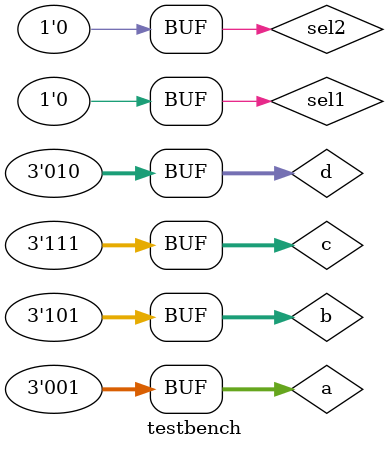
<source format=v>
`timescale 1ns / 1ps


module testbench();
    reg [2:0] a,b,c,d;
    reg sel1,sel2;
    wire [2:0] o;
    mux4x1_HDL test(a,b,c,d,sel1,sel2,o);
    initial begin
        #5 a=3'b001;b=3'b101;c=3'b111;d=3'b010;sel1=1;sel2=1;
        #50 sel1=1;sel2=0;
        #50 sel1=0;sel2=1;
        #50 sel1=0;sel2=0;
    end
endmodule

</source>
